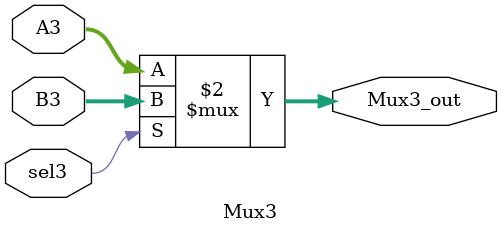
<source format=v>
`timescale 1ns / 1ps
module Mux1(sel1, A1, B1, Mux1_out);

input sel1;
input [31:0] A1, B1;
output [31:0] Mux1_out;

assign Mux1_out = (sel1==1'b0) ? A1:B1;
endmodule


/////Mux2////
module Mux2(sel2, A2, B2, Mux2_out);

input sel2;
input [31:0] A2, B2;
output [31:0] Mux2_out;

assign Mux2_out = (sel2==1'b0) ? A2:B2;
endmodule


/////Mux3////
module Mux3(sel3, A3, B3, Mux3_out);

input sel3;
input [31:0] A3, B3;
output [31:0] Mux3_out;

assign Mux3_out = (sel3==1'b0) ? A3:B3;
endmodule
</source>
